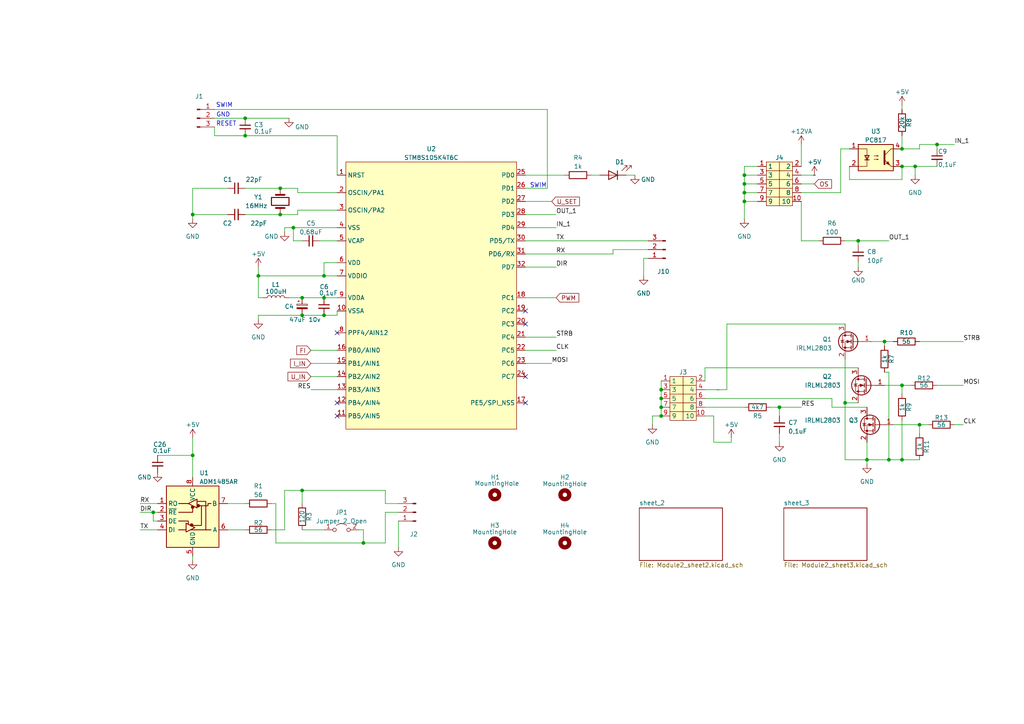
<source format=kicad_sch>
(kicad_sch (version 20230121) (generator eeschema)
  (paper "A4")
  (lib_symbols
    (symbol "Connector:Conn_01x03_Pin" (pin_names (offset 1.016) hide)
      (property "Reference" "J" (at 0 5.08 0))
      (property "Value" "Conn_01x03_Pin" (at 0 -5.08 0))
      (symbol "Conn_01x03_Pin_1_1"
        (polyline (pts (xy 1.27 -2.54) (xy 0.8636 -2.54)) (stroke (width 0.1524)))
        (polyline (pts (xy 1.27 0) (xy 0.8636 0)) (stroke (width 0.1524)))
        (polyline (pts (xy 1.27 2.54) (xy 0.8636 2.54)) (stroke (width 0.1524)))
        (rectangle (start 0.8636 -2.413) (end 0 -2.667) (stroke (width 0.1524)) (fill (type outline)))
        (rectangle (start 0.8636 0.127) (end 0 -0.127) (stroke (width 0.1524)) (fill (type outline)))
        (rectangle (start 0.8636 2.667) (end 0 2.413) (stroke (width 0.1524)) (fill (type outline)))
        (pin passive line (at 5.08 2.54 180) (length 3.81) (name "Pin_1") (number "1"))
        (pin passive line (at 5.08 0 180) (length 3.81) (name "Pin_2") (number "2"))
        (pin passive line (at 5.08 -2.54 180) (length 3.81) (name "Pin_3") (number "3"))
      )
    )
    (symbol "Device:C_Polarized_Small" (pin_numbers hide) (pin_names (offset 0.254) hide)
      (property "Reference" "C" (at 0.254 1.778 0))
      (property "Value" "C_Polarized_Small" (at 0.254 -2.032 0))
      (symbol "C_Polarized_Small_0_1"
        (rectangle (start -1.524 -0.3048) (end 1.524 -0.6858) (fill (type outline)))
        (rectangle (start -1.524 0.6858) (end 1.524 0.3048))
        (polyline (pts (xy -1.27 1.524) (xy -0.762 1.524)))
        (polyline (pts (xy -1.016 1.27) (xy -1.016 1.778)))
      )
      (symbol "C_Polarized_Small_1_1"
        (pin passive line (at 0 2.54 270) (length 1.8542) (name "~") (number "1"))
        (pin passive line (at 0 -2.54 90) (length 1.8542) (name "~") (number "2"))
      )
    )
    (symbol "Device:C_Small" (pin_numbers hide) (pin_names (offset 0.254) hide)
      (property "Reference" "C" (at 0.254 1.778 0))
      (property "Value" "C_Small" (at 0.254 -2.032 0))
      (symbol "C_Small_0_1"
        (polyline (pts (xy -1.524 -0.508) (xy 1.524 -0.508)) (stroke (width 0.3302)))
        (polyline (pts (xy -1.524 0.508) (xy 1.524 0.508)) (stroke (width 0.3048)))
      )
      (symbol "C_Small_1_1"
        (pin passive line (at 0 2.54 270) (length 2.032) (name "~") (number "1"))
        (pin passive line (at 0 -2.54 90) (length 2.032) (name "~") (number "2"))
      )
    )
    (symbol "Device:Crystal" (pin_numbers hide) (pin_names (offset 1.016) hide)
      (property "Reference" "Y" (at 0 3.81 0))
      (property "Value" "Crystal" (at 0 -3.81 0))
      (symbol "Crystal_0_1"
        (rectangle (start -1.143 2.54) (end 1.143 -2.54) (stroke (width 0.3048)))
        (polyline (pts (xy -2.54 0) (xy -1.905 0)))
        (polyline (pts (xy -1.905 -1.27) (xy -1.905 1.27)) (stroke (width 0.508)))
        (polyline (pts (xy 1.905 -1.27) (xy 1.905 1.27)) (stroke (width 0.508)))
        (polyline (pts (xy 2.54 0) (xy 1.905 0)))
      )
      (symbol "Crystal_1_1"
        (pin passive line (at -3.81 0 0) (length 1.27) (name "1") (number "1"))
        (pin passive line (at 3.81 0 180) (length 1.27) (name "2") (number "2"))
      )
    )
    (symbol "Device:L" (pin_numbers hide) (pin_names (offset 1.016) hide)
      (property "Reference" "L" (at -1.27 0 90))
      (property "Value" "L" (at 1.905 0 90))
      (symbol "L_0_1"
        (arc (start 0 -2.54) (mid 0.6323 -1.905) (end 0 -1.27))
        (arc (start 0 -1.27) (mid 0.6323 -0.635) (end 0 0))
        (arc (start 0 0) (mid 0.6323 0.635) (end 0 1.27))
        (arc (start 0 1.27) (mid 0.6323 1.905) (end 0 2.54))
      )
      (symbol "L_1_1"
        (pin passive line (at 0 3.81 270) (length 1.27) (name "1") (number "1"))
        (pin passive line (at 0 -3.81 90) (length 1.27) (name "2") (number "2"))
      )
    )
    (symbol "Device:R" (pin_numbers hide) (pin_names (offset 0))
      (property "Reference" "R" (at 2.032 0 90))
      (property "Value" "R" (at 0 0 90))
      (symbol "R_0_1"
        (rectangle (start -1.016 -2.54) (end 1.016 2.54) (stroke (width 0.254)))
      )
      (symbol "R_1_1"
        (pin passive line (at 0 3.81 270) (length 1.27) (name "~") (number "1"))
        (pin passive line (at 0 -3.81 90) (length 1.27) (name "~") (number "2"))
      )
    )
    (symbol "Interface_UART:ST485EBDR"
      (property "Reference" "U" (at -6.35 8.89 0))
      (property "Value" "ST485EBDR" (at 1.27 8.89 0))
      (symbol "ST485EBDR_0_1"
        (rectangle (start -7.62 7.62) (end 7.62 -10.16) (stroke (width 0.254)) (fill (type background)))
        (circle (center -0.3048 -3.683) (radius 0.3556) (stroke (width 0.254)) (fill (type outline)))
        (circle (center -0.0254 1.4986) (radius 0.3556) (stroke (width 0.254)) (fill (type outline)))
        (polyline (pts (xy -4.064 -5.08) (xy -1.905 -5.08)) (stroke (width 0.254)))
        (polyline (pts (xy -4.064 2.54) (xy -1.27 2.54)) (stroke (width 0.254)))
        (polyline (pts (xy -1.27 -3.2004) (xy -1.27 -3.4544)) (stroke (width 0.254)))
        (polyline (pts (xy -0.635 -5.08) (xy 5.334 -5.08)) (stroke (width 0.254)))
        (polyline (pts (xy -4.064 -2.54) (xy -1.27 -2.54) (xy -1.27 -3.175)) (stroke (width 0.254)))
        (polyline (pts (xy 0 1.27) (xy 0 0) (xy -4.064 0)) (stroke (width 0.254)))
        (polyline (pts (xy 1.27 3.175) (xy 3.81 3.175) (xy 3.81 -5.08)) (stroke (width 0.254)))
        (polyline (pts (xy 2.54 1.905) (xy 2.54 -3.81) (xy 0 -3.81)) (stroke (width 0.254)))
        (polyline (pts (xy -1.905 -3.175) (xy -1.905 -5.715) (xy 0.635 -4.445) (xy -1.905 -3.175)) (stroke (width 0.254)))
        (polyline (pts (xy -1.27 2.54) (xy 1.27 3.81) (xy 1.27 1.27) (xy -1.27 2.54)) (stroke (width 0.254)))
        (polyline (pts (xy 1.905 1.905) (xy 4.445 1.905) (xy 4.445 2.54) (xy 5.334 2.54)) (stroke (width 0.254)))
        (rectangle (start 1.27 3.175) (end 1.27 3.175))
        (circle (center 1.651 1.905) (radius 0.3556) (stroke (width 0.254)) (fill (type outline)))
      )
      (symbol "ST485EBDR_1_1"
        (pin output line (at -10.16 2.54 0) (length 2.54) (name "RO") (number "1"))
        (pin input line (at -10.16 0 0) (length 2.54) (name "~{RE}") (number "2"))
        (pin input line (at -10.16 -2.54 0) (length 2.54) (name "DE") (number "3"))
        (pin input line (at -10.16 -5.08 0) (length 2.54) (name "DI") (number "4"))
        (pin power_in line (at 0 -12.7 90) (length 2.54) (name "GND") (number "5"))
        (pin bidirectional line (at 10.16 -5.08 180) (length 2.54) (name "A") (number "6"))
        (pin bidirectional line (at 10.16 2.54 180) (length 2.54) (name "B") (number "7"))
        (pin power_in line (at 0 10.16 270) (length 2.54) (name "VCC") (number "8"))
      )
    )
    (symbol "Isolator:PC817" (pin_names (offset 1.016))
      (property "Reference" "U" (at -5.08 5.08 0))
      (property "Value" "PC817" (at 0 5.08 0))
      (symbol "PC817_0_1"
        (rectangle (start -5.08 3.81) (end 5.08 -3.81) (stroke (width 0.254)) (fill (type background)))
        (polyline (pts (xy -3.175 -0.635) (xy -1.905 -0.635)) (stroke (width 0.254)))
        (polyline (pts (xy 2.54 0.635) (xy 4.445 2.54)))
        (polyline (pts (xy 4.445 -2.54) (xy 2.54 -0.635)) (fill (type outline)))
        (polyline (pts (xy 4.445 -2.54) (xy 5.08 -2.54)))
        (polyline (pts (xy 4.445 2.54) (xy 5.08 2.54)))
        (polyline (pts (xy -5.08 2.54) (xy -2.54 2.54) (xy -2.54 -0.635)))
        (polyline (pts (xy -2.54 -0.635) (xy -2.54 -2.54) (xy -5.08 -2.54)))
        (polyline (pts (xy 2.54 1.905) (xy 2.54 -1.905) (xy 2.54 -1.905)) (stroke (width 0.508)))
        (polyline (pts (xy -2.54 -0.635) (xy -3.175 0.635) (xy -1.905 0.635) (xy -2.54 -0.635)) (stroke (width 0.254)))
        (polyline (pts (xy -0.508 -0.508) (xy 0.762 -0.508) (xy 0.381 -0.635) (xy 0.381 -0.381) (xy 0.762 -0.508)))
        (polyline (pts (xy -0.508 0.508) (xy 0.762 0.508) (xy 0.381 0.381) (xy 0.381 0.635) (xy 0.762 0.508)))
        (polyline (pts (xy 3.048 -1.651) (xy 3.556 -1.143) (xy 4.064 -2.159) (xy 3.048 -1.651) (xy 3.048 -1.651)) (fill (type outline)))
      )
      (symbol "PC817_1_1"
        (pin passive line (at -7.62 2.54 0) (length 2.54) (name "~") (number "1"))
        (pin passive line (at -7.62 -2.54 0) (length 2.54) (name "~") (number "2"))
        (pin passive line (at 7.62 -2.54 180) (length 2.54) (name "~") (number "3"))
        (pin passive line (at 7.62 2.54 180) (length 2.54) (name "~") (number "4"))
      )
    )
    (symbol "Jumper:Jumper_2_Open" (pin_names (offset 0) hide)
      (property "Reference" "JP" (at 0 2.794 0))
      (property "Value" "Jumper_2_Open" (at 0 -2.286 0))
      (symbol "Jumper_2_Open_0_0"
        (circle (center -2.032 0) (radius 0.508))
        (circle (center 2.032 0) (radius 0.508))
      )
      (symbol "Jumper_2_Open_0_1"
        (arc (start 1.524 1.27) (mid 0 1.778) (end -1.524 1.27))
      )
      (symbol "Jumper_2_Open_1_1"
        (pin passive line (at -5.08 0 0) (length 2.54) (name "A") (number "1"))
        (pin passive line (at 5.08 0 180) (length 2.54) (name "B") (number "2"))
      )
    )
    (symbol "Mechanical:MountingHole" (pin_names (offset 1.016))
      (property "Reference" "H" (at 0 5.08 0))
      (property "Value" "MountingHole" (at 0 3.175 0))
      (symbol "MountingHole_0_1"
        (circle (center 0 0) (radius 1.27) (stroke (width 1.27)))
      )
    )
    (symbol "Transistor_FET:2N7002K" (pin_names hide)
      (property "Reference" "Q" (at 5.08 1.905 0))
      (property "Value" "2N7002K" (at 5.08 0 0))
      (symbol "2N7002K_0_1"
        (polyline (pts (xy 0.254 0) (xy -2.54 0)))
        (polyline (pts (xy 0.254 1.905) (xy 0.254 -1.905)) (stroke (width 0.254)))
        (polyline (pts (xy 0.762 -1.27) (xy 0.762 -2.286)) (stroke (width 0.254)))
        (polyline (pts (xy 0.762 0.508) (xy 0.762 -0.508)) (stroke (width 0.254)))
        (polyline (pts (xy 0.762 2.286) (xy 0.762 1.27)) (stroke (width 0.254)))
        (polyline (pts (xy 2.54 2.54) (xy 2.54 1.778)))
        (polyline (pts (xy 2.54 -2.54) (xy 2.54 0) (xy 0.762 0)))
        (polyline (pts (xy 0.762 -1.778) (xy 3.302 -1.778) (xy 3.302 1.778) (xy 0.762 1.778)))
        (polyline (pts (xy 1.016 0) (xy 2.032 0.381) (xy 2.032 -0.381) (xy 1.016 0)) (fill (type outline)))
        (polyline (pts (xy 2.794 0.508) (xy 2.921 0.381) (xy 3.683 0.381) (xy 3.81 0.254)))
        (polyline (pts (xy 3.302 0.381) (xy 2.921 -0.254) (xy 3.683 -0.254) (xy 3.302 0.381)))
        (circle (center 1.651 0) (radius 2.794) (stroke (width 0.254)))
        (circle (center 2.54 -1.778) (radius 0.254) (fill (type outline)))
        (circle (center 2.54 1.778) (radius 0.254) (fill (type outline)))
      )
      (symbol "2N7002K_1_1"
        (pin input line (at -5.08 0 0) (length 2.54) (name "G") (number "1"))
        (pin passive line (at 2.54 -5.08 90) (length 2.54) (name "S") (number "2"))
        (pin passive line (at 2.54 5.08 270) (length 2.54) (name "D") (number "3"))
      )
    )
    (symbol "Z_connectors:BH-10"
      (property "Reference" "J" (at 0 6.35 0))
      (symbol "BH-10_1_1"
        (rectangle (start -3.81 3.81) (end 3.81 -8.89) (fill (type background)))
        (polyline (pts (xy -3.81 -6.35) (xy 3.81 -6.35)))
        (polyline (pts (xy -3.81 -3.81) (xy 3.81 -3.81)))
        (polyline (pts (xy -3.81 -1.27) (xy 3.81 -1.27)))
        (polyline (pts (xy -3.81 1.27) (xy 3.81 1.27)))
        (polyline (pts (xy 0 3.81) (xy 0 -8.89)))
        (pin input line (at -6.35 2.54 0) (length 2.54) (name "1") (number "1"))
        (pin input line (at 6.35 -7.62 180) (length 2.54) (name "10") (number "10"))
        (pin input line (at 6.35 2.54 180) (length 2.54) (name "2") (number "2"))
        (pin input line (at -6.35 0 0) (length 2.54) (name "3") (number "3"))
        (pin input line (at 6.35 0 180) (length 2.54) (name "4") (number "4"))
        (pin input line (at -6.35 -2.54 0) (length 2.54) (name "5") (number "5"))
        (pin input line (at 6.35 -2.54 180) (length 2.54) (name "6") (number "6"))
        (pin input line (at -6.35 -5.08 0) (length 2.54) (name "7") (number "7"))
        (pin input line (at 6.35 -5.08 180) (length 2.54) (name "8") (number "8"))
        (pin input line (at -6.35 -7.62 0) (length 2.54) (name "9") (number "9"))
      )
    )
    (symbol "Z_led:Led" (pin_numbers hide) (pin_names hide)
      (property "Reference" "D" (at 0 2.54 0))
      (symbol "Led_0_1"
        (polyline (pts (xy 1.27 -1.27) (xy 1.27 1.27)) (stroke (width 0.254)))
        (polyline (pts (xy 1.27 0) (xy -1.27 0)))
        (polyline (pts (xy -1.27 -1.27) (xy -1.27 1.27) (xy 1.27 0) (xy -1.27 -1.27)) (stroke (width 0.254)))
        (polyline (pts (xy 2.54 1.27) (xy 4.064 2.794) (xy 3.302 2.794) (xy 4.064 2.794) (xy 4.064 2.032)))
        (polyline (pts (xy 3.81 1.27) (xy 5.334 2.794) (xy 4.572 2.794) (xy 5.334 2.794) (xy 5.334 2.032)))
      )
      (symbol "Led_1_1"
        (pin passive line (at -3.81 0 0) (length 2.54) (name "A") (number "1"))
        (pin passive line (at 3.81 0 180) (length 2.54) (name "K") (number "2"))
      )
    )
    (symbol "Z_mk:STM8S105K4T6"
      (property "Reference" "U" (at -1.27 40.64 0))
      (property "Value" "STM8S105K4T6C" (at 0 34.29 0))
      (symbol "STM8S105K4T6_1_1"
        (rectangle (start -24.13 38.1) (end 25.4 -39.37) (fill (type background)))
        (pin input line (at -26.67 34.29 0) (length 2.54) (name "NRST") (number "1"))
        (pin power_in line (at -26.67 -5.08 0) (length 2.54) (name "VSSA") (number "10"))
        (pin input line (at -26.67 -35.56 0) (length 2.54) (name "PB5/AIN5") (number "11"))
        (pin input line (at -26.67 -31.75 0) (length 2.54) (name "PB4/AIN4") (number "12"))
        (pin input line (at -26.67 -27.94 0) (length 2.54) (name "PB3/AIN3") (number "13"))
        (pin input line (at -26.67 -24.13 0) (length 2.54) (name "PB2/AIN2") (number "14"))
        (pin input line (at -26.67 -20.32 0) (length 2.54) (name "PB1/AIN1") (number "15"))
        (pin input line (at -26.67 -16.51 0) (length 2.54) (name "PB0/AIN0") (number "16"))
        (pin input line (at 27.94 -31.75 180) (length 2.54) (name "PE5/SPI_NSS") (number "17"))
        (pin input line (at 27.94 -1.27 180) (length 2.54) (name "PC1") (number "18"))
        (pin input line (at 27.94 -5.08 180) (length 2.54) (name "PC2") (number "19"))
        (pin input line (at -26.67 29.21 0) (length 2.54) (name "OSCIN/PA1") (number "2"))
        (pin input line (at 27.94 -8.89 180) (length 2.54) (name "PC3") (number "20"))
        (pin input line (at 27.94 -12.7 180) (length 2.54) (name "PC4") (number "21"))
        (pin input line (at 27.94 -16.51 180) (length 2.54) (name "PC5") (number "22"))
        (pin input line (at 27.94 -20.32 180) (length 2.54) (name "PC6") (number "23"))
        (pin input line (at 27.94 -24.13 180) (length 2.54) (name "PC7") (number "24"))
        (pin input line (at 27.94 34.29 180) (length 2.54) (name "PD0") (number "25"))
        (pin input line (at 27.94 30.48 180) (length 2.54) (name "PD1") (number "26"))
        (pin input line (at 27.94 26.67 180) (length 2.54) (name "PD2") (number "27"))
        (pin input line (at 27.94 22.86 180) (length 2.54) (name "PD3") (number "28"))
        (pin input line (at 27.94 19.05 180) (length 2.54) (name "PD4") (number "29"))
        (pin input line (at -26.67 24.13 0) (length 2.54) (name "OSCIN/PA2") (number "3"))
        (pin input line (at 27.94 15.24 180) (length 2.54) (name "PD5/TX") (number "30"))
        (pin input line (at 27.94 11.43 180) (length 2.54) (name "PD6/RX") (number "31"))
        (pin input line (at 27.94 7.62 180) (length 2.54) (name "PD7") (number "32"))
        (pin power_in line (at -26.67 19.05 0) (length 2.54) (name "VSS") (number "4"))
        (pin power_in line (at -26.67 15.24 0) (length 2.54) (name "VCAP") (number "5"))
        (pin power_in line (at -26.67 8.89 0) (length 2.54) (name "VDD") (number "6"))
        (pin power_in line (at -26.67 5.08 0) (length 2.54) (name "VDDIO") (number "7"))
        (pin input line (at -26.67 -11.43 0) (length 2.54) (name "PPF4/AIN12") (number "8"))
        (pin power_in line (at -26.67 -1.27 0) (length 2.54) (name "VDDA") (number "9"))
      )
    )
    (symbol "power:+12VA" (power) (pin_names (offset 0))
      (property "Value" "+12VA" (at 0 3.556 0))
      (symbol "+12VA_0_1"
        (polyline (pts (xy -0.762 1.27) (xy 0 2.54)))
        (polyline (pts (xy 0 0) (xy 0 2.54)))
        (polyline (pts (xy 0 2.54) (xy 0.762 1.27)))
      )
      (symbol "+12VA_1_1"
        (pin power_in line (at 0 0 90) (length 0) hide (name "+12VA") (number "1"))
      )
    )
    (symbol "power:+5V" (power) (pin_names (offset 0))
      (property "Value" "+5V" (at 0 3.556 0))
      (symbol "+5V_0_1"
        (polyline (pts (xy -0.762 1.27) (xy 0 2.54)))
        (polyline (pts (xy 0 0) (xy 0 2.54)))
        (polyline (pts (xy 0 2.54) (xy 0.762 1.27)))
      )
      (symbol "+5V_1_1"
        (pin power_in line (at 0 0 90) (length 0) hide (name "+5V") (number "1"))
      )
    )
    (symbol "power:GND" (power) (pin_names (offset 0))
      (property "Value" "GND" (at 0 -3.81 0))
      (symbol "GND_0_1"
        (polyline (pts (xy 0 0) (xy 0 -1.27) (xy 1.27 -1.27) (xy 0 -2.54) (xy -1.27 -1.27) (xy 0 -1.27)))
      )
      (symbol "GND_1_1"
        (pin power_in line (at 0 0 270) (length 0) hide (name "GND") (number "1"))
      )
    )
  )
  (junction (at 226.06 118.11))
  (junction (at 215.9 53.34))
  (junction (at 105.41 157.48))
  (junction (at 191.77 113.03))
  (junction (at 215.9 50.8))
  (junction (at 261.62 48.26))
  (junction (at 71.12 39.37))
  (junction (at 55.88 62.23))
  (junction (at 245.11 116.84))
  (junction (at 93.98 80.01))
  (junction (at 256.54 99.06))
  (junction (at 248.92 69.85))
  (junction (at 93.98 91.44))
  (junction (at 261.62 111.76))
  (junction (at 87.63 86.36))
  (junction (at 81.28 54.61))
  (junction (at 81.28 62.23))
  (junction (at 266.7 123.19))
  (junction (at 261.62 43.18))
  (junction (at 261.62 133.35))
  (junction (at 215.9 55.88))
  (junction (at 93.98 86.36))
  (junction (at 85.09 66.04))
  (junction (at 257.81 133.35))
  (junction (at 215.9 58.42))
  (junction (at 55.88 132.08))
  (junction (at 87.63 142.24))
  (junction (at 191.77 115.57))
  (junction (at 74.93 80.01))
  (junction (at 44.45 148.59))
  (junction (at 265.43 48.26))
  (junction (at 271.78 41.91))
  (junction (at 87.63 91.44))
  (junction (at 191.77 120.65))
  (junction (at 71.12 34.29))
  (junction (at 191.77 118.11))
  (junction (at 251.46 133.35))
  (no_connect (at 97.79 96.52))
  (no_connect (at 152.4 116.84))
  (no_connect (at 152.4 90.17))
  (no_connect (at 152.4 93.98))
  (no_connect (at 97.79 116.84))
  (no_connect (at 97.79 120.65))
  (no_connect (at 152.4 109.22))
  (wire (pts (xy 241.3 118.11) (xy 251.46 118.11)))
  (wire (pts (xy 86.36 60.96) (xy 86.36 62.23)))
  (wire (pts (xy 93.98 86.36) (xy 97.79 86.36)))
  (wire (pts (xy 97.79 66.04) (xy 85.09 66.04)))
  (wire (pts (xy 226.06 118.11) (xy 226.06 120.65)))
  (wire (pts (xy 181.61 50.8) (xy 184.15 50.8)))
  (wire (pts (xy 232.41 50.8) (xy 236.22 50.8)))
  (wire (pts (xy 97.79 50.8) (xy 97.79 39.37)))
  (wire (pts (xy 177.8 72.39) (xy 187.96 72.39)))
  (wire (pts (xy 161.29 101.6) (xy 152.4 101.6)))
  (wire (pts (xy 86.36 62.23) (xy 81.28 62.23)))
  (wire (pts (xy 256.54 111.76) (xy 261.62 111.76)))
  (wire (pts (xy 204.47 118.11) (xy 215.9 118.11)))
  (wire (pts (xy 261.62 111.76) (xy 261.62 114.3)))
  (wire (pts (xy 55.88 54.61) (xy 55.88 62.23)))
  (wire (pts (xy 226.06 125.73) (xy 226.06 128.27)))
  (wire (pts (xy 232.41 55.88) (xy 243.84 55.88)))
  (wire (pts (xy 271.78 43.18) (xy 271.78 41.91)))
  (wire (pts (xy 87.63 142.24) (xy 111.76 142.24)))
  (wire (pts (xy 215.9 58.42) (xy 215.9 63.5)))
  (wire (pts (xy 191.77 118.11) (xy 191.77 120.65)))
  (wire (pts (xy 161.29 62.23) (xy 152.4 62.23)))
  (wire (pts (xy 246.38 52.07) (xy 261.62 52.07)))
  (wire (pts (xy 152.4 73.66) (xy 177.8 73.66)))
  (wire (pts (xy 251.46 133.35) (xy 251.46 134.62)))
  (wire (pts (xy 259.08 123.19) (xy 266.7 123.19)))
  (wire (pts (xy 245.11 116.84) (xy 248.92 116.84)))
  (wire (pts (xy 271.78 111.76) (xy 279.4 111.76)))
  (wire (pts (xy 266.7 41.91) (xy 271.78 41.91)))
  (wire (pts (xy 62.23 34.29) (xy 71.12 34.29)))
  (wire (pts (xy 257.81 107.95) (xy 257.81 133.35)))
  (wire (pts (xy 232.41 58.42) (xy 232.41 69.85)))
  (wire (pts (xy 71.12 39.37) (xy 62.23 39.37)))
  (wire (pts (xy 87.63 91.44) (xy 93.98 91.44)))
  (wire (pts (xy 261.62 43.18) (xy 266.7 43.18)))
  (wire (pts (xy 266.7 99.06) (xy 279.4 99.06)))
  (wire (pts (xy 66.04 146.05) (xy 71.12 146.05)))
  (wire (pts (xy 97.79 80.01) (xy 93.98 80.01)))
  (wire (pts (xy 215.9 50.8) (xy 215.9 53.34)))
  (wire (pts (xy 248.92 69.85) (xy 257.81 69.85)))
  (wire (pts (xy 252.73 99.06) (xy 256.54 99.06)))
  (wire (pts (xy 40.64 148.59) (xy 44.45 148.59)))
  (wire (pts (xy 256.54 99.06) (xy 256.54 100.33)))
  (wire (pts (xy 80.01 146.05) (xy 80.01 157.48)))
  (wire (pts (xy 55.88 132.08) (xy 55.88 138.43)))
  (wire (pts (xy 186.69 74.93) (xy 187.96 74.93)))
  (wire (pts (xy 265.43 48.26) (xy 265.43 50.8)))
  (wire (pts (xy 261.62 48.26) (xy 265.43 48.26)))
  (wire (pts (xy 261.62 133.35) (xy 266.7 133.35)))
  (wire (pts (xy 80.01 157.48) (xy 105.41 157.48)))
  (wire (pts (xy 74.93 86.36) (xy 76.2 86.36)))
  (wire (pts (xy 215.9 50.8) (xy 219.71 50.8)))
  (wire (pts (xy 266.7 43.18) (xy 266.7 41.91)))
  (wire (pts (xy 160.02 105.41) (xy 152.4 105.41)))
  (wire (pts (xy 71.12 62.23) (xy 81.28 62.23)))
  (wire (pts (xy 92.71 69.85) (xy 97.79 69.85)))
  (wire (pts (xy 245.11 69.85) (xy 248.92 69.85)))
  (wire (pts (xy 74.93 80.01) (xy 74.93 86.36)))
  (wire (pts (xy 243.84 55.88) (xy 243.84 43.18)))
  (wire (pts (xy 215.9 53.34) (xy 215.9 55.88)))
  (wire (pts (xy 87.63 142.24) (xy 87.63 146.05)))
  (wire (pts (xy 207.01 120.65) (xy 207.01 128.27)))
  (wire (pts (xy 191.77 115.57) (xy 191.77 118.11)))
  (wire (pts (xy 241.3 115.57) (xy 241.3 118.11)))
  (wire (pts (xy 161.29 86.36) (xy 152.4 86.36)))
  (wire (pts (xy 232.41 69.85) (xy 237.49 69.85)))
  (wire (pts (xy 97.79 76.2) (xy 93.98 76.2)))
  (wire (pts (xy 248.92 69.85) (xy 248.92 71.12)))
  (wire (pts (xy 215.9 55.88) (xy 219.71 55.88)))
  (wire (pts (xy 261.62 121.92) (xy 261.62 133.35)))
  (wire (pts (xy 45.72 151.13) (xy 44.45 151.13)))
  (wire (pts (xy 266.7 123.19) (xy 266.7 125.73)))
  (wire (pts (xy 191.77 110.49) (xy 191.77 113.03)))
  (wire (pts (xy 86.36 54.61) (xy 81.28 54.61)))
  (wire (pts (xy 55.88 62.23) (xy 66.04 62.23)))
  (wire (pts (xy 93.98 80.01) (xy 74.93 80.01)))
  (wire (pts (xy 248.92 76.2) (xy 248.92 77.47)))
  (wire (pts (xy 97.79 91.44) (xy 93.98 91.44)))
  (wire (pts (xy 71.12 54.61) (xy 81.28 54.61)))
  (wire (pts (xy 45.72 132.08) (xy 55.88 132.08)))
  (wire (pts (xy 265.43 48.26) (xy 271.78 48.26)))
  (wire (pts (xy 160.02 58.42) (xy 152.4 58.42)))
  (wire (pts (xy 111.76 148.59) (xy 115.57 148.59)))
  (wire (pts (xy 152.4 50.8) (xy 163.83 50.8)))
  (wire (pts (xy 82.55 66.04) (xy 82.55 67.31)))
  (wire (pts (xy 97.79 55.88) (xy 86.36 55.88)))
  (wire (pts (xy 111.76 142.24) (xy 111.76 146.05)))
  (wire (pts (xy 161.29 97.79) (xy 152.4 97.79)))
  (wire (pts (xy 74.93 91.44) (xy 87.63 91.44)))
  (wire (pts (xy 105.41 157.48) (xy 111.76 157.48)))
  (wire (pts (xy 261.62 111.76) (xy 264.16 111.76)))
  (wire (pts (xy 232.41 53.34) (xy 236.22 53.34)))
  (wire (pts (xy 207.01 128.27) (xy 212.09 128.27)))
  (wire (pts (xy 158.75 54.61) (xy 152.4 54.61)))
  (wire (pts (xy 55.88 127) (xy 55.88 132.08)))
  (wire (pts (xy 104.14 153.67) (xy 105.41 153.67)))
  (wire (pts (xy 40.64 146.05) (xy 45.72 146.05)))
  (wire (pts (xy 87.63 86.36) (xy 93.98 86.36)))
  (wire (pts (xy 78.74 153.67) (xy 82.55 153.67)))
  (wire (pts (xy 90.17 113.03) (xy 97.79 113.03)))
  (wire (pts (xy 215.9 55.88) (xy 215.9 58.42)))
  (wire (pts (xy 189.23 120.65) (xy 189.23 123.19)))
  (wire (pts (xy 55.88 62.23) (xy 55.88 63.5)))
  (wire (pts (xy 251.46 133.35) (xy 257.81 133.35)))
  (wire (pts (xy 223.52 118.11) (xy 226.06 118.11)))
  (wire (pts (xy 62.23 39.37) (xy 62.23 36.83)))
  (wire (pts (xy 204.47 110.49) (xy 204.47 106.68)))
  (wire (pts (xy 261.62 39.37) (xy 261.62 43.18)))
  (wire (pts (xy 256.54 107.95) (xy 257.81 107.95)))
  (wire (pts (xy 276.86 123.19) (xy 279.4 123.19)))
  (wire (pts (xy 78.74 146.05) (xy 80.01 146.05)))
  (wire (pts (xy 152.4 69.85) (xy 187.96 69.85)))
  (wire (pts (xy 232.41 41.91) (xy 232.41 48.26)))
  (wire (pts (xy 210.82 113.03) (xy 210.82 93.98)))
  (wire (pts (xy 82.55 142.24) (xy 87.63 142.24)))
  (wire (pts (xy 226.06 118.11) (xy 232.41 118.11)))
  (wire (pts (xy 191.77 120.65) (xy 189.23 120.65)))
  (wire (pts (xy 204.47 120.65) (xy 207.01 120.65)))
  (wire (pts (xy 40.64 153.67) (xy 45.72 153.67)))
  (wire (pts (xy 243.84 43.18) (xy 246.38 43.18)))
  (wire (pts (xy 261.62 52.07) (xy 261.62 48.26)))
  (wire (pts (xy 90.17 105.41) (xy 97.79 105.41)))
  (wire (pts (xy 115.57 151.13) (xy 115.57 158.75)))
  (wire (pts (xy 215.9 53.34) (xy 219.71 53.34)))
  (wire (pts (xy 44.45 151.13) (xy 44.45 148.59)))
  (wire (pts (xy 90.17 101.6) (xy 97.79 101.6)))
  (wire (pts (xy 245.11 104.14) (xy 245.11 116.84)))
  (wire (pts (xy 204.47 113.03) (xy 210.82 113.03)))
  (wire (pts (xy 87.63 69.85) (xy 85.09 69.85)))
  (wire (pts (xy 158.75 31.75) (xy 158.75 54.61)))
  (wire (pts (xy 191.77 113.03) (xy 191.77 115.57)))
  (wire (pts (xy 93.98 76.2) (xy 93.98 80.01)))
  (wire (pts (xy 246.38 48.26) (xy 246.38 52.07)))
  (wire (pts (xy 245.11 116.84) (xy 245.11 133.35)))
  (wire (pts (xy 212.09 128.27) (xy 212.09 127)))
  (wire (pts (xy 161.29 66.04) (xy 152.4 66.04)))
  (wire (pts (xy 261.62 30.48) (xy 261.62 31.75)))
  (wire (pts (xy 85.09 66.04) (xy 82.55 66.04)))
  (wire (pts (xy 85.09 69.85) (xy 85.09 66.04)))
  (wire (pts (xy 266.7 123.19) (xy 269.24 123.19)))
  (wire (pts (xy 82.55 153.67) (xy 82.55 142.24)))
  (wire (pts (xy 204.47 106.68) (xy 248.92 106.68)))
  (wire (pts (xy 66.04 54.61) (xy 55.88 54.61)))
  (wire (pts (xy 87.63 153.67) (xy 93.98 153.67)))
  (wire (pts (xy 251.46 128.27) (xy 251.46 133.35)))
  (wire (pts (xy 204.47 115.57) (xy 241.3 115.57)))
  (wire (pts (xy 111.76 157.48) (xy 111.76 148.59)))
  (wire (pts (xy 186.69 80.01) (xy 186.69 74.93)))
  (wire (pts (xy 44.45 148.59) (xy 45.72 148.59)))
  (wire (pts (xy 97.79 39.37) (xy 71.12 39.37)))
  (wire (pts (xy 261.62 133.35) (xy 257.81 133.35)))
  (wire (pts (xy 74.93 91.44) (xy 74.93 92.71)))
  (wire (pts (xy 83.82 86.36) (xy 87.63 86.36)))
  (wire (pts (xy 245.11 133.35) (xy 251.46 133.35)))
  (wire (pts (xy 97.79 90.17) (xy 97.79 91.44)))
  (wire (pts (xy 62.23 31.75) (xy 158.75 31.75)))
  (wire (pts (xy 71.12 34.29) (xy 83.82 34.29)))
  (wire (pts (xy 74.93 80.01) (xy 74.93 77.47)))
  (wire (pts (xy 177.8 73.66) (xy 177.8 72.39)))
  (wire (pts (xy 171.45 50.8) (xy 173.99 50.8)))
  (wire (pts (xy 105.41 153.67) (xy 105.41 157.48)))
  (wire (pts (xy 111.76 146.05) (xy 115.57 146.05)))
  (wire (pts (xy 55.88 161.29) (xy 55.88 162.56)))
  (wire (pts (xy 256.54 99.06) (xy 259.08 99.06)))
  (wire (pts (xy 210.82 93.98) (xy 245.11 93.98)))
  (wire (pts (xy 86.36 55.88) (xy 86.36 54.61)))
  (wire (pts (xy 215.9 48.26) (xy 215.9 50.8)))
  (wire (pts (xy 219.71 48.26) (xy 215.9 48.26)))
  (wire (pts (xy 271.78 41.91) (xy 276.86 41.91)))
  (wire (pts (xy 215.9 58.42) (xy 219.71 58.42)))
  (wire (pts (xy 97.79 60.96) (xy 86.36 60.96)))
  (wire (pts (xy 152.4 77.47) (xy 161.29 77.47)))
  (wire (pts (xy 66.04 153.67) (xy 71.12 153.67)))
  (wire (pts (xy 90.17 109.22) (xy 97.79 109.22)))
  (text "RESET" (at 62.6591 36.7432 0) (effects (font (size 1.27 1.27)) (justify left bottom)))
  (text "SWIM" (at 62.616 31.3417 0) (effects (font (size 1.27 1.27)) (justify left bottom)))
  (text "SWIM" (at 153.67 54.61 0) (effects (font (size 1.27 1.27)) (justify left bottom)))
  (text "GND" (at 62.7021 34.1178 0) (effects (font (size 1.27 1.27)) (justify left bottom)))
  (label "MOSI" (at 160.02 105.41 0))
  (label "STRB" (at 279.4 99.06 0))
  (label "RES" (at 90.17 113.03 180))
  (label "TX" (at 161.29 69.85 0))
  (label "IN_1" (at 276.86 41.91 0))
  (label "TX" (at 40.64 153.67 0))
  (label "DIR" (at 40.64 148.59 0))
  (label "DIR" (at 161.29 77.47 0))
  (label "RES" (at 232.41 118.11 0))
  (label "IN_1" (at 161.29 66.04 0))
  (label "MOSI" (at 279.4 111.76 0))
  (label "CLK" (at 161.29 101.6 0))
  (label "CLK" (at 279.4 123.19 0))
  (label "RX" (at 40.64 146.05 0))
  (label "OUT_1" (at 161.29 62.23 0))
  (label "STRB" (at 161.29 97.79 0))
  (label "OUT_1" (at 257.81 69.85 0))
  (label "RX" (at 161.29 73.66 0))
  (global_label "OS" (shape input) (at 236.22 53.34 0) (property "Intersheetrefs" "${INTERSHEET_REFS}" (effects hide)))
  (global_label "PWM" (shape input) (at 161.29 86.36 0) (property "Intersheetrefs" "${INTERSHEET_REFS}" (effects hide)))
  (global_label "FI" (shape input) (at 90.17 101.6 180) (property "Intersheetrefs" "${INTERSHEET_REFS}" (effects hide)))
  (global_label "U_SET" (shape input) (at 160.02 58.42 0) (property "Intersheetrefs" "${INTERSHEET_REFS}" (effects hide)))
  (global_label "I_IN" (shape input) (at 90.17 105.41 180) (property "Intersheetrefs" "${INTERSHEET_REFS}" (effects hide)))
  (global_label "U_IN" (shape input) (at 90.17 109.22 180) (property "Intersheetrefs" "${INTERSHEET_REFS}" (effects hide)))
  (symbol (lib_id "Device:R") (at 241.3 69.85 90) (unit 1)
    (property "Reference" "R6" (at 241.3 64.77 90))
    (property "Value" "100" (at 241.3 67.31 90))
    (property "Footprint" "Resistor_SMD:R_1206_3216Metric" (effects hide))
    (property "MFR.Part" "RC1206JR-07100RL" (effects hide))
    (property "Description" "250mW Thick Film Resistors ±100ppm/℃ ±5% 100Ω 1206 Chip Resistor - Surface Mount ROHS" (effects hide))
    (property "LCSC" "C113307" (effects hide))
    (property "Mounting" "Yes" (effects hide))
  )
  (symbol (lib_id "power:GND") (at 184.15 50.8 0) (unit 1)
    (property "Reference" "#PWR09" (effects hide))
    (property "Value" "GND" (at 187.96 52.07 0))
  )
  (symbol (lib_id "Device:R") (at 87.63 149.86 0) (unit 1)
    (property "Reference" "R3" (at 89.662 149.86 90))
    (property "Value" "120" (at 87.63 149.86 90))
    (property "Footprint" "Resistor_SMD:R_1206_3216Metric" (effects hide))
    (property "MFR.Part" "RC1206JR-07100RL" (effects hide))
    (property "Description" "250mW Thick Film Resistors ±100ppm/℃ ±5% 100Ω 1206 Chip Resistor - Surface Mount ROHS" (effects hide))
    (property "LCSC" "C113307" (effects hide))
    (property "Mounting" "Yes" (effects hide))
  )
  (symbol (lib_id "power:GND") (at 82.55 67.31 0) (unit 1)
    (property "Reference" "#PWR06" (effects hide))
    (property "Value" "GND" (at 78.74 68.58 0))
  )
  (symbol (lib_id "Mechanical:MountingHole") (at 163.83 143.51 0) (unit 1)
    (property "Reference" "H2" (at 163.83 138.43 0))
    (property "Value" "MountingHole" (at 163.83 140.335 0))
    (property "Footprint" "MountingHole:MountingHole_3.5mm" (effects hide))
    (property "Mounting" "No" (effects hide))
  )
  (symbol (lib_id "Device:C_Small") (at 71.12 36.83 0) (unit 1)
    (property "Reference" "C3" (at 73.66 36.2013 0) (effects (justify left)))
    (property "Value" "0,1uF" (at 73.66 38.1 0) (effects (justify left)))
    (property "Footprint" "Capacitor_SMD:C_1206_3216Metric" (effects hide))
    (property "MFR.Part" "CC1206KRX7R9BB104" (effects hide))
    (property "Description" "50V 100nF X7R ±10% 1206 Multilayer Ceramic Capacitors MLCC - SMD/SMT ROHS" (effects hide))
    (property "LCSC" "C82601" (effects hide))
    (property "Mounting" "Yes" (effects hide))
  )
  (symbol (lib_id "power:GND") (at 265.43 50.8 0) (unit 1)
    (property "Reference" "#PWR019" (effects hide))
    (property "Value" "GND" (at 265.43 55.88 0))
  )
  (symbol (lib_id "Connector:Conn_01x03_Pin") (at 120.65 148.59 180) (unit 1)
    (property "Reference" "J2" (at 120.015 154.94 0))
    (property "Value" "Conn_01x03_Pin" (effects hide))
    (property "Footprint" "Connector:FanPinHeader_1x03_P2.54mm_Vertical" (effects hide))
    (property "MFR.Part" "2510-3A" (effects hide))
    (property "Description" "1x3P 3P 1 2.54mm 3 Plugin,P=2.54mm Wire To Board / Wire To Wire Connector ROHS" (effects hide))
    (property "LCSC" "C29275" (effects hide))
    (property "Mounting" "Yes" (effects hide))
  )
  (symbol (lib_id "power:GND") (at 251.46 134.62 0) (unit 1)
    (property "Reference" "#PWR017" (effects hide))
    (property "Value" "GND" (at 251.46 139.7 0))
  )
  (symbol (lib_id "Transistor_FET:2N7002K") (at 247.65 99.06 0) (mirror y) (unit 1)
    (property "Reference" "Q1" (at 241.3 98.425 0) (effects (justify left)))
    (property "Value" "IRLML2803" (at 241.3 100.965 0) (effects (justify left)))
    (property "Footprint" "Package_TO_SOT_SMD:SOT-23" (effects hide))
    (property "Datasheet" "https://www.diodes.com/assets/Datasheets/ds30896.pdf" (effects hide))
    (property "MFR.Part" "IRLML2803TRPBF" (effects hide))
    (property "Description" "30V 1.2A 540mW 250mΩ@10V,910mA N Channel SOT-23 MOSFETs ROHS" (effects hide))
    (property "LCSC" "C2590" (effects hide))
    (property "Mounting" "Yes" (effects hide))
  )
  (symbol (lib_id "Device:C_Small") (at 68.58 54.61 90) (unit 1)
    (property "Reference" "C1" (at 66.04 52.07 90))
    (property "Value" "22pF" (at 73.66 52.07 90))
    (property "Footprint" "Resistor_SMD:R_1206_3216Metric" (effects hide))
    (property "MFR.Part" "CC1206JKNPODBN220" (effects hide))
    (property "Description" "2kV 22pF NP0 ±5% 1206 Multilayer Ceramic Capacitors MLCC - SMD/SMT ROHS" (effects hide))
    (property "LCSC" "C577126" (effects hide))
    (property "Mounting" "Yes" (effects hide))
  )
  (symbol (lib_id "power:GND") (at 45.72 137.16 0) (unit 1)
    (property "Reference" "#PWR041" (effects hide))
    (property "Value" "GND" (at 41.91 138.43 0))
  )
  (symbol (lib_id "power:+12VA") (at 232.41 41.91 0) (unit 1)
    (property "Reference" "#PWR014" (effects hide))
    (property "Value" "+12VA" (at 232.41 38.1 0))
  )
  (symbol (lib_id "Device:R") (at 219.71 118.11 90) (unit 1)
    (property "Reference" "R5" (at 219.71 120.65 90))
    (property "Value" "4k7" (at 219.71 118.11 90))
    (property "Footprint" "Resistor_SMD:R_1206_3216Metric" (effects hide))
    (property "MFR.Part" "RC1206JR-074K7L" (effects hide))
    (property "Description" "250mW Thick Film Resistors ±100ppm/℃ ±5% 4.7kΩ 1206 Chip Resistor - Surface Mount ROHS" (effects hide))
    (property "LCSC" "C136458" (effects hide))
    (property "Mounting" "Yes" (effects hide))
  )
  (symbol (lib_id "Device:R") (at 167.64 50.8 90) (unit 1)
    (property "Reference" "R4" (at 167.64 45.72 90))
    (property "Value" "1k" (at 167.64 48.26 90))
    (property "Footprint" "Resistor_SMD:R_1206_3216Metric" (effects hide))
    (property "MFR.Part" "1206W4F1001T5E" (effects hide))
    (property "Description" "250mW Thick Film Resistors ±100ppm/℃ ±5% 1kΩ 1206 Chip Resistor - Surface Mount ROHS" (effects hide))
    (property "LCSC" "C4410" (effects hide))
    (property "Mounting" "Yes" (effects hide))
  )
  (symbol (lib_id "Device:R") (at 74.93 146.05 90) (unit 1)
    (property "Reference" "R1" (at 74.93 140.97 90))
    (property "Value" "56" (at 74.93 143.51 90))
    (property "Footprint" "Resistor_SMD:R_1206_3216Metric" (effects hide))
    (property "MFR.Part" "RC1206JR-0756RL" (effects hide))
    (property "Description" "250mW Thick Film Resistors ±100ppm/℃ ±5% 56Ω 1206 Chip Resistor - Surface Mount ROHS" (effects hide))
    (property "LCSC" "C134080" (effects hide))
    (property "Mounting" "Yes" (effects hide))
  )
  (symbol (lib_id "Device:C_Small") (at 68.58 62.23 90) (unit 1)
    (property "Reference" "C2" (at 67.31 64.77 90) (effects (justify left)))
    (property "Value" "22pF" (at 77.47 64.77 90) (effects (justify left)))
    (property "Footprint" "Resistor_SMD:R_1206_3216Metric" (effects hide))
    (property "MFR.Part" "CC1206JKNPODBN220" (effects hide))
    (property "Description" "2kV 22pF NP0 ±5% 1206 Multilayer Ceramic Capacitors MLCC - SMD/SMT ROHS" (effects hide))
    (property "LCSC" "C577126" (effects hide))
    (property "Mounting" "Yes" (effects hide))
  )
  (symbol (lib_id "power:GND") (at 186.69 80.01 0) (unit 1)
    (property "Reference" "#PWR040" (effects hide))
    (property "Value" "GND" (at 186.69 85.09 0))
  )
  (symbol (lib_id "Device:R") (at 262.89 99.06 90) (unit 1)
    (property "Reference" "R10" (at 262.89 96.52 90))
    (property "Value" "56" (at 262.89 99.06 90))
    (property "Footprint" "Resistor_SMD:R_1206_3216Metric" (effects hide))
    (property "MFR.Part" "RC1206JR-0756RL" (effects hide))
    (property "Description" "250mW Thick Film Resistors ±100ppm/℃ ±5% 56Ω 1206 Chip Resistor - Surface Mount ROHS" (effects hide))
    (property "LCSC" "C134080" (effects hide))
    (property "Mounting" "Yes" (effects hide))
  )
  (symbol (lib_id "power:+5V") (at 74.93 77.47 0) (unit 1)
    (property "Reference" "#PWR04" (effects hide))
    (property "Value" "+5V" (at 74.93 73.66 0))
  )
  (symbol (lib_id "Transistor_FET:2N7002K") (at 254 123.19 0) (mirror y) (unit 1)
    (property "Reference" "Q3" (at 248.92 121.92 0) (effects (justify left)))
    (property "Value" "IRLML2803" (at 243.84 121.92 0) (effects (justify left)))
    (property "Footprint" "Package_TO_SOT_SMD:SOT-23" (effects hide))
    (property "Datasheet" "https://www.diodes.com/assets/Datasheets/ds30896.pdf" (effects hide))
    (property "MFR.Part" "IRLML2803TRPBF" (effects hide))
    (property "Description" "30V 1.2A 540mW 250mΩ@10V,910mA N Channel SOT-23 MOSFETs ROHS" (effects hide))
    (property "LCSC" "C2590" (effects hide))
    (property "Mounting" "Yes" (effects hide))
  )
  (symbol (lib_id "power:GND") (at 248.92 77.47 0) (unit 1)
    (property "Reference" "#PWR016" (effects hide))
    (property "Value" "GND" (at 248.92 81.28 0))
  )
  (symbol (lib_id "power:+5V") (at 212.09 127 0) (unit 1)
    (property "Reference" "#PWR011" (effects hide))
    (property "Value" "+5V" (at 212.09 123.19 0))
  )
  (symbol (lib_id "Z_led:Led") (at 177.8 50.8 0) (unit 1)
    (property "Reference" "D1" (at 179.7685 46.99 0))
    (property "Value" "~" (at 179.07 50.8 0))
    (property "Footprint" "LED_THT:LED_D3.0mm" (effects hide))
    (property "MFR.Part" "TLHG4400" (effects hide))
    (property "Description" "green Plugin,D=3.2mm Light Emitting Diodes (LED) ROHS" (effects hide))
    (property "LCSC" "C3001646" (effects hide))
    (property "Mounting" "Yes" (effects hide))
  )
  (symbol (lib_id "Device:C_Small") (at 90.17 69.85 90) (unit 1)
    (property "Reference" "C5" (at 90.1763 64.77 90))
    (property "Value" "0,68uF" (at 90.1763 67.31 90))
    (property "Footprint" "Capacitor_SMD:C_1206_3216Metric" (effects hide))
    (property "MFR.Part" "CC1206KKX7R9BB684" (effects hide))
    (property "Description" "50V 680nF X7R ±10% 1206 Multilayer Ceramic Capacitors MLCC - SMD/SMT ROHS" (effects hide))
    (property "LCSC" "C145012" (effects hide))
    (property "Mounting" "Yes" (effects hide))
  )
  (symbol (lib_id "power:+5V") (at 55.88 127 0) (unit 1)
    (property "Reference" "#PWR02" (effects hide))
    (property "Value" "+5V" (at 55.88 123.19 0))
  )
  (symbol (lib_id "power:+5V") (at 261.62 30.48 0) (unit 1)
    (property "Reference" "#PWR018" (effects hide))
    (property "Value" "+5V" (at 261.62 26.67 0))
  )
  (symbol (lib_id "Device:R") (at 261.62 35.56 0) (unit 1)
    (property "Reference" "R8" (at 263.652 35.56 90))
    (property "Value" "20k" (at 261.62 35.56 90))
    (property "Footprint" "Resistor_SMD:R_1206_3216Metric" (effects hide))
    (property "MFR.Part" "RC1206JR-0720KL" (effects hide))
    (property "Description" "250mW Thick Film Resistors ±100ppm/℃ ±5% 20kΩ 1206 Chip Resistor - Surface Mount ROHS" (effects hide))
    (property "LCSC" "C137179" (effects hide))
    (property "Mounting" "Yes" (effects hide))
  )
  (symbol (lib_id "Device:C_Small") (at 248.92 73.66 0) (unit 1)
    (property "Reference" "C8" (at 251.46 73.0313 0) (effects (justify left)))
    (property "Value" "10pF" (at 251.46 75.5713 0) (effects (justify left)))
    (property "Footprint" "Capacitor_SMD:C_1206_3216Metric" (effects hide))
    (property "MFR.Part" "CC1206JRNPOBBN100" (effects hide))
    (property "Description" "500V 10pF NP0 ±5% 1206 Multilayer Ceramic Capacitors MLCC - SMD/SMT ROHS" (effects hide))
    (property "LCSC" "C469628" (effects hide))
    (property "Mounting" "Yes" (effects hide))
  )
  (symbol (lib_id "power:GND") (at 74.93 92.71 0) (unit 1)
    (property "Reference" "#PWR05" (effects hide))
    (property "Value" "GND" (at 74.93 97.79 0))
  )
  (symbol (lib_id "Interface_UART:ST485EBDR") (at 55.88 148.59 0) (unit 1)
    (property "Reference" "U1" (at 57.8359 137.16 0) (effects (justify left)))
    (property "Value" "ADM1485AR" (at 57.8359 139.7 0) (effects (justify left)))
    (property "Footprint" "Package_SO:SOIC-8_3.9x4.9mm_P1.27mm" (effects hide))
    (property "Datasheet" "http://www.st.com/resource/en/datasheet/st485eb.pdf" (effects hide))
    (property "MFR.Part" "ADM1485ARZ-REEL" (effects hide))
    (property "Description" "transceiver 30Mbps 1/1 SOP-8 RS-485/RS-422 ICs ROHS" (effects hide))
    (property "LCSC" "C494990" (effects hide))
    (property "Mounting" "Yes" (effects hide))
  )
  (symbol (lib_id "power:GND") (at 115.57 158.75 0) (unit 1)
    (property "Reference" "#PWR08" (effects hide))
    (property "Value" "GND" (at 115.57 163.83 0))
  )
  (symbol (lib_id "Device:R") (at 266.7 129.54 0) (unit 1)
    (property "Reference" "R11" (at 268.732 129.54 90))
    (property "Value" "1k" (at 266.7 129.54 90))
    (property "Footprint" "Resistor_SMD:R_1206_3216Metric" (effects hide))
    (property "MFR.Part" "1206W4F1001T5E" (effects hide))
    (property "Description" "250mW Thick Film Resistors ±100ppm/℃ ±5% 1kΩ 1206 Chip Resistor - Surface Mount ROHS" (effects hide))
    (property "LCSC" "C4410" (effects hide))
    (property "Mounting" "Yes" (effects hide))
  )
  (symbol (lib_id "Device:R") (at 261.62 118.11 0) (unit 1)
    (property "Reference" "R9" (at 263.652 118.11 90))
    (property "Value" "1k" (at 261.62 118.11 90))
    (property "Footprint" "Resistor_SMD:R_1206_3216Metric" (effects hide))
    (property "MFR.Part" "1206W4F1001T5E" (effects hide))
    (property "Description" "250mW Thick Film Resistors ±100ppm/℃ ±5% 1kΩ 1206 Chip Resistor - Surface Mount ROHS" (effects hide))
    (property "LCSC" "C4410" (effects hide))
    (property "Mounting" "Yes" (effects hide))
  )
  (symbol (lib_id "Mechanical:MountingHole") (at 143.51 143.51 0) (unit 1)
    (property "Reference" "H1" (at 142.2682 138.4108 0) (effects (justify left)))
    (property "Value" "MountingHole" (at 137.6423 140.2098 0) (effects (justify left)))
    (property "Footprint" "MountingHole:MountingHole_3.5mm" (effects hide))
    (property "Mounting" "No" (effects hide))
  )
  (symbol (lib_id "Transistor_FET:2N7002K") (at 251.46 111.76 0) (mirror y) (unit 1)
    (property "Reference" "Q2" (at 241.3 109.22 0) (effects (justify left)))
    (property "Value" "IRLML2803" (at 243.84 111.76 0) (effects (justify left)))
    (property "Footprint" "Package_TO_SOT_SMD:SOT-23" (effects hide))
    (property "Datasheet" "https://www.diodes.com/assets/Datasheets/ds30896.pdf" (effects hide))
    (property "MFR.Part" "IRLML2803TRPBF" (effects hide))
    (property "Description" "30V 1.2A 540mW 250mΩ@10V,910mA N Channel SOT-23 MOSFETs ROHS" (effects hide))
    (property "LCSC" "C2590" (effects hide))
    (property "Mounting" "Yes" (effects hide))
  )
  (symbol (lib_id "Mechanical:MountingHole") (at 163.83 157.48 0) (unit 1)
    (property "Reference" "H4" (at 163.83 152.4 0))
    (property "Value" "MountingHole" (at 163.83 154.305 0))
    (property "Footprint" "MountingHole:MountingHole_3.5mm" (effects hide))
    (property "Mounting" "No" (effects hide))
  )
  (symbol (lib_id "Z_mk:STM8S105K4T6") (at 124.46 85.09 0) (unit 1)
    (property "Reference" "U2" (at 125.095 43.18 0))
    (property "Value" "STM8S105K4T6C" (at 125.095 45.72 0))
    (property "Footprint" "Package_QFP:LQFP-32_7x7mm_P0.8mm" (effects hide))
    (property "MFR.Part" "STM8S105K4T6C" (effects hide))
    (property "Description" "25 STM8 16MHz 2.95V~5.5V 2KB FLASH 16KB LQFP-32(7x7) Microcontroller Units (MCUs/MPUs/SOCs) ROHS" (effects hide))
    (property "LCSC" "C8736" (effects hide))
    (property "Mounting" "Yes" (effects hide))
  )
  (symbol (lib_id "Device:R") (at 267.97 111.76 90) (unit 1)
    (property "Reference" "R12" (at 267.97 109.728 90))
    (property "Value" "56" (at 267.97 111.76 90))
    (property "Footprint" "Resistor_SMD:R_1206_3216Metric" (effects hide))
    (property "MFR.Part" "RC1206JR-0756RL" (effects hide))
    (property "Description" "250mW Thick Film Resistors ±100ppm/℃ ±5% 56Ω 1206 Chip Resistor - Surface Mount ROHS" (effects hide))
    (property "LCSC" "C134080" (effects hide))
    (property "Mounting" "Yes" (effects hide))
  )
  (symbol (lib_id "Z_connectors:BH-10") (at 198.12 113.03 0) (unit 1)
    (property "Reference" "J3" (at 198.12 107.95 0))
    (property "Value" "~" (at 208.28 113.03 0))
    (property "Footprint" "Connector_IDC:IDC-Header_2x05_P2.54mm_Vertical" (effects hide))
    (property "MFR.Part" "C5665" (effects hide))
    (property "Description" "2.54mm Straight 2x5P 5 Push - Pull 2.54mm 2 Plugin,P=2.54mm IDC Connectors ROHS" (effects hide))
    (property "LCSC" "C5665" (effects hide))
    (property "Mounting" "Yes" (effects hide))
  )
  (symbol (lib_id "Device:C_Small") (at 226.06 123.19 0) (unit 1)
    (property "Reference" "C7" (at 228.6 122.5613 0) (effects (justify left)))
    (property "Value" "0,1uF" (at 228.6 125.1013 0) (effects (justify left)))
    (property "Footprint" "Capacitor_SMD:C_1206_3216Metric" (effects hide))
    (property "MFR.Part" "CC1206KRX7R9BB104" (effects hide))
    (property "Description" "50V 100nF X7R ±10% 1206 Multilayer Ceramic Capacitors MLCC - SMD/SMT ROHS" (effects hide))
    (property "LCSC" "C82601" (effects hide))
    (property "Mounting" "Yes" (effects hide))
  )
  (symbol (lib_id "Mechanical:MountingHole") (at 143.51 157.48 0) (unit 1)
    (property "Reference" "H3" (at 143.51 152.4 0))
    (property "Value" "MountingHole" (at 143.51 154.305 0))
    (property "Footprint" "MountingHole:MountingHole_3.5mm" (effects hide))
    (property "Mounting" "No" (effects hide))
  )
  (symbol (lib_id "power:GND") (at 226.06 128.27 0) (unit 1)
    (property "Reference" "#PWR013" (effects hide))
    (property "Value" "GND" (at 226.06 133.35 0))
  )
  (symbol (lib_id "power:GND") (at 189.23 123.19 0) (unit 1)
    (property "Reference" "#PWR010" (effects hide))
    (property "Value" "GND" (at 189.23 128.27 0))
  )
  (symbol (lib_id "Z_connectors:BH-10") (at 226.06 50.8 0) (unit 1)
    (property "Reference" "J4" (at 226.06 45.72 0))
    (property "Value" "~" (at 236.22 50.8 0))
    (property "Footprint" "Connector_IDC:IDC-Header_2x05_P2.54mm_Vertical" (effects hide))
    (property "MFR.Part" "C5665" (effects hide))
    (property "Description" "2.54mm Straight 2x5P 5 Push - Pull 2.54mm 2 Plugin,P=2.54mm IDC Connectors ROHS" (effects hide))
    (property "LCSC" "C5665" (effects hide))
    (property "Mounting" "Yes" (effects hide))
  )
  (symbol (lib_id "Device:R") (at 74.93 153.67 90) (unit 1)
    (property "Reference" "R2" (at 74.93 151.638 90))
    (property "Value" "56" (at 74.93 153.67 90))
    (property "Footprint" "Resistor_SMD:R_1206_3216Metric" (effects hide))
    (property "MFR.Part" "RC1206JR-0756RL" (effects hide))
    (property "Description" "250mW Thick Film Resistors ±100ppm/℃ ±5% 56Ω 1206 Chip Resistor - Surface Mount ROHS" (effects hide))
    (property "LCSC" "C134080" (effects hide))
    (property "Mounting" "Yes" (effects hide))
  )
  (symbol (lib_id "Device:R") (at 256.54 104.14 0) (unit 1)
    (property "Reference" "R7" (at 258.572 104.14 90))
    (property "Value" "1k" (at 256.54 104.14 90))
    (property "Footprint" "Resistor_SMD:R_1206_3216Metric" (effects hide))
    (property "MFR.Part" "1206W4F1001T5E" (effects hide))
    (property "Description" "250mW Thick Film Resistors ±100ppm/℃ ±5% 1kΩ 1206 Chip Resistor - Surface Mount ROHS" (effects hide))
    (property "LCSC" "C4410" (effects hide))
    (property "Mounting" "Yes" (effects hide))
  )
  (symbol (lib_id "power:GND") (at 55.88 63.5 0) (unit 1)
    (property "Reference" "#PWR01" (effects hide))
    (property "Value" "GND" (at 55.88 68.58 0))
  )
  (symbol (lib_id "Device:C_Small") (at 271.78 45.72 0) (unit 1)
    (property "Reference" "C9" (at 272.034 43.942 0) (effects (justify left)))
    (property "Value" "0,1uF" (at 272.034 47.752 0) (effects (justify left)))
    (property "Footprint" "Capacitor_SMD:C_1206_3216Metric" (effects hide))
    (property "MFR.Part" "CC1206KRX7R9BB104" (effects hide))
    (property "Description" "50V 100nF X7R ±10% 1206 Multilayer Ceramic Capacitors MLCC - SMD/SMT ROHS" (effects hide))
    (property "LCSC" "C82601" (effects hide))
    (property "Mounting" "Yes" (effects hide))
  )
  (symbol (lib_id "Device:C_Small") (at 93.98 88.9 0) (unit 1)
    (property "Reference" "C6" (at 92.6726 83.1864 0) (effects (justify left)))
    (property "Value" "0,1uF" (at 92.5274 84.9779 0) (effects (justify left)))
    (property "Footprint" "Capacitor_SMD:C_1206_3216Metric" (effects hide))
    (property "MFR.Part" "CC1206KRX7R9BB104" (effects hide))
    (property "Description" "50V 100nF X7R ±10% 1206 Multilayer Ceramic Capacitors MLCC - SMD/SMT ROHS" (effects hide))
    (property "LCSC" "C82601" (effects hide))
    (property "Mounting" "Yes" (effects hide))
  )
  (symbol (lib_id "Isolator:PC817") (at 254 45.72 0) (unit 1)
    (property "Reference" "U3" (at 254 38.1 0))
    (property "Value" "PC817" (at 254 40.64 0))
    (property "Footprint" "Package_DIP:DIP-4_W7.62mm" (effects hide))
    (property "Datasheet" "http://www.soselectronic.cz/a_info/resource/d/pc817.pdf" (effects hide))
    (property "MFR.Part" "PC817X2YSZW" (effects hide))
    (property "Description" "80V 5000V 50mA 0.1V@1mA,20mA 1 6V 1.2V DC DIP-4 Optocouplers - Phototransistor Output ROHS" (effects hide))
    (property "LCSC" "C2833074" (effects hide))
    (property "Mounting" "Yes" (effects hide))
  )
  (symbol (lib_id "Connector:Conn_01x03_Pin") (at 57.15 34.29 0) (unit 1)
    (property "Reference" "J1" (at 57.785 27.94 0))
    (property "Value" "Conn_01x03_Pin" (effects hide))
    (property "Footprint" "Connector:FanPinHeader_1x03_P2.54mm_Vertical" (effects hide))
    (property "MFR.Part" "HB-PH3-25413PB2GOP" (effects hide))
    (property "Description" "Gold 250V 3A Straight Square Pins 2.54mm 3P 260℃ 6mm -40℃~+105℃ 3mm 2.54mm Brass Black Plugin 2.54mm 1x3P Plugin,P=2.54mm Pin Headers ROHS" (effects hide))
    (property "LCSC" "C49257" (effects hide))
    (property "Mounting" "Yes" (effects hide))
  )
  (symbol (lib_id "power:GND") (at 215.9 63.5 0) (unit 1)
    (property "Reference" "#PWR012" (effects hide))
    (property "Value" "GND" (at 215.9 68.58 0))
  )
  (symbol (lib_id "Device:L") (at 80.01 86.36 90) (unit 1)
    (property "Reference" "L1" (at 80.01 82.55 90))
    (property "Value" "100uH" (at 80.0599 84.5394 90))
    (property "Footprint" "Inductor_SMD:L_1206_3216Metric" (effects hide))
    (property "MFR.Part" "CMI321611J101KT" (effects hide))
    (property "Description" "100uH ±10% 1206 Inductors (SMD) ROHS" (effects hide))
    (property "LCSC" "C128802" (effects hide))
    (property "Mounting" "Yes" (effects hide))
  )
  (symbol (lib_id "Device:Crystal") (at 81.28 58.42 270) (unit 1)
    (property "Reference" "Y1" (at 73.66 57.15 90) (effects (justify left)))
    (property "Value" "16MHz" (at 71.12 59.69 90) (effects (justify left)))
    (property "Footprint" "Crystal:Crystal_HC49-4H_Vertical" (effects hide))
    (property "MFR.Part" "XIHCELNANF-16MHZ" (effects hide))
    (property "Description" "16MHz ±30ppm HC-49S Crystals ROHS" (effects hide))
    (property "LCSC" "C295075" (effects hide))
    (property "Mounting" "Yes" (effects hide))
  )
  (symbol (lib_id "Device:C_Polarized_Small") (at 87.63 88.9 0) (unit 1)
    (property "Reference" "C4" (at 82.55 88.9 0) (effects (justify left)))
    (property "Value" "47uF 10v" (at 83.82 92.71 0) (effects (justify left)))
    (property "Footprint" "Capacitor_Tantalum_SMD:CP_EIA-3528-21_Kemet-B" (effects hide))
    (property "MFR.Part" "T491B476K010AT" (effects hide))
    (property "Description" "47uF 10V 1Ω@100kHz ±10% CASE-B-3528 Tantalum Capacitors ROHS" (effects hide))
    (property "LCSC" "C116617" (effects hide))
    (property "Mounting" "Yes" (effects hide))
  )
  (symbol (lib_id "power:GND") (at 83.82 34.29 0) (unit 1)
    (property "Reference" "#PWR07" (effects hide))
    (property "Value" "GND" (at 87.63 36.83 0))
  )
  (symbol (lib_id "power:+5V") (at 236.22 50.8 0) (unit 1)
    (property "Reference" "#PWR015" (effects hide))
    (property "Value" "+5V" (at 236.22 46.99 0))
  )
  (symbol (lib_id "Device:R") (at 273.05 123.19 90) (unit 1)
    (property "Reference" "R13" (at 273.05 121.158 90))
    (property "Value" "56" (at 273.05 123.19 90))
    (property "Footprint" "Resistor_SMD:R_1206_3216Metric" (effects hide))
    (property "MFR.Part" "RC1206JR-0756RL" (effects hide))
    (property "Description" "250mW Thick Film Resistors ±100ppm/℃ ±5% 56Ω 1206 Chip Resistor - Surface Mount ROHS" (effects hide))
    (property "LCSC" "C134080" (effects hide))
    (property "Mounting" "Yes" (effects hide))
  )
  (symbol (lib_id "Device:C_Small") (at 45.72 134.62 0) (unit 1)
    (property "Reference" "C26" (at 44.4126 128.9064 0) (effects (justify left)))
    (property "Value" "0,1uF" (at 44.2674 130.6979 0) (effects (justify left)))
    (property "Footprint" "Capacitor_SMD:C_1206_3216Metric" (effects hide))
    (property "MFR.Part" "CC1206KRX7R9BB104" (effects hide))
    (property "Description" "50V 100nF X7R ±10% 1206 Multilayer Ceramic Capacitors MLCC - SMD/SMT ROHS" (effects hide))
    (property "LCSC" "C82601" (effects hide))
    (property "Mounting" "Yes" (effects hide))
  )
  (symbol (lib_id "Connector:Conn_01x03_Pin") (at 193.04 72.39 180) (unit 1)
    (property "Reference" "J10" (at 192.405 78.74 0))
    (property "Value" "Conn_01x03_Pin" (effects hide))
    (property "Footprint" "Connector:FanPinHeader_1x03_P2.54mm_Vertical" (effects hide))
    (property "MFR.Part" "HB-PH3-25413PB2GOP" (effects hide))
    (property "Description" "Gold 250V 3A Straight Square Pins 2.54mm 3P 260℃ 6mm -40℃~+105℃ 3mm 2.54mm Brass Black Plugin 2.54mm 1x3P Plugin,P=2.54mm Pin Headers ROHS" (effects hide))
    (property "Mounting" "No" (effects hide))
  )
  (symbol (lib_id "power:GND") (at 55.88 162.56 0) (unit 1)
    (property "Reference" "#PWR03" (effects hide))
    (property "Value" "GND" (at 55.88 167.64 0))
  )
  (symbol (lib_id "Jumper:Jumper_2_Open") (at 99.06 153.67 0) (unit 1)
    (property "Reference" "JP1" (at 99.06 148.59 0))
    (property "Value" "Jumper_2_Open" (at 99.06 151.13 0))
    (property "Footprint" "Connector_PinHeader_2.54mm:PinHeader_1x02_P2.54mm_Vertical" (effects hide))
    (property "MFR.Part" "PZ254V-11-02P" (effects hide))
    (property "Description" "3A Straight 2.54mm -65℃~+125℃ 2.54mm 双排 Black Phosphor bronze 2.54mm Plugin,P=2.54mm Pin Headers ROHS" (effects hide))
    (property "LCSC" "C492401" (effects hide))
    (property "Mounting" "Yes" (effects hide))
  )
  (sheet (at 227.33 147.32) (size 24.13 15.24) (stroke (width 0.1524))
    (property "Sheetname" "sheet_3" (at 227.33 146.6084 0) (effects (justify left bottom)))
    (property "Sheetfile" "Module2_sheet3.kicad_sch" (at 227.33 163.1446 0) (effects (justify left top)))
  )
  (sheet (at 185.42 147.32) (size 24.13 15.24) (stroke (width 0.1524))
    (property "Sheetname" "sheet_2" (at 185.42 146.6084 0) (effects (justify left bottom)))
    (property "Sheetfile" "Module2_sheet2.kicad_sch" (at 185.42 163.1446 0) (effects (justify left top)))
  )
)
</source>
